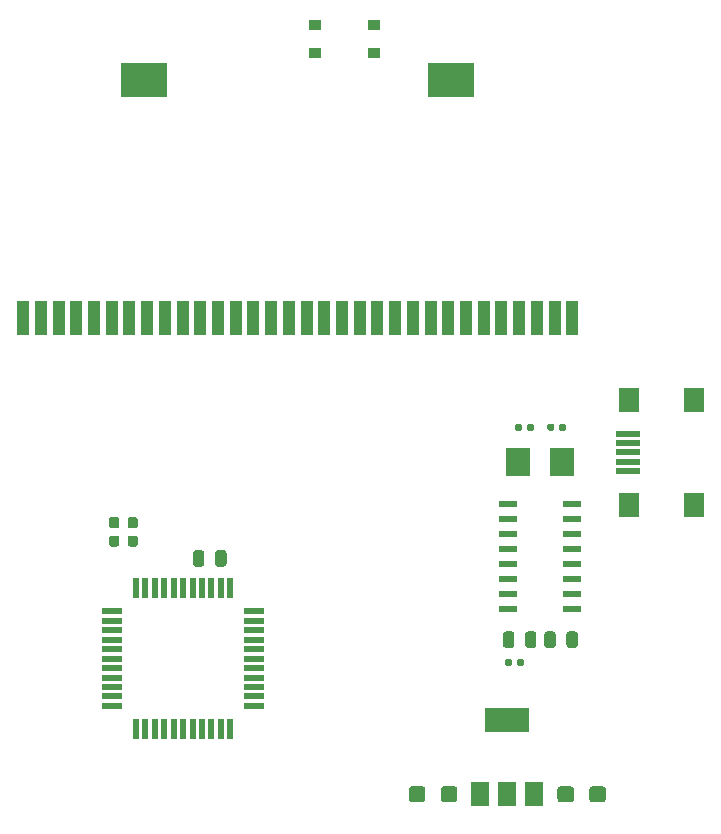
<source format=gbr>
G04 #@! TF.GenerationSoftware,KiCad,Pcbnew,(5.1.6)-1*
G04 #@! TF.CreationDate,2020-11-21T20:25:47+01:00*
G04 #@! TF.ProjectId,Dandanator CPC,44616e64-616e-4617-946f-72204350432e,rev?*
G04 #@! TF.SameCoordinates,Original*
G04 #@! TF.FileFunction,Paste,Top*
G04 #@! TF.FilePolarity,Positive*
%FSLAX46Y46*%
G04 Gerber Fmt 4.6, Leading zero omitted, Abs format (unit mm)*
G04 Created by KiCad (PCBNEW (5.1.6)-1) date 2020-11-21 20:25:47*
%MOMM*%
%LPD*%
G01*
G04 APERTURE LIST*
%ADD10R,4.000000X3.000000*%
%ADD11R,1.000000X3.000000*%
%ADD12R,1.000000X0.900000*%
%ADD13R,2.000000X2.400000*%
%ADD14R,0.500000X1.800000*%
%ADD15R,1.800000X0.500000*%
%ADD16R,1.500000X2.000000*%
%ADD17R,3.800000X2.000000*%
%ADD18R,1.500000X0.600000*%
%ADD19R,2.000000X0.500000*%
%ADD20R,1.700000X2.000000*%
G04 APERTURE END LIST*
D10*
X80508400Y-30327600D03*
X54508400Y-30327600D03*
D11*
X90778400Y-50427600D03*
X89278400Y-50427600D03*
X87778400Y-50427600D03*
X86278400Y-50427600D03*
X84778400Y-50427600D03*
X83278400Y-50427600D03*
X81778400Y-50427600D03*
X80278400Y-50427600D03*
X78778400Y-50427600D03*
X77278400Y-50427600D03*
X75778400Y-50427600D03*
X74278400Y-50427600D03*
X72778400Y-50427600D03*
X71278400Y-50427600D03*
X69778400Y-50427600D03*
X68278400Y-50427600D03*
X66778400Y-50427600D03*
X65278400Y-50427600D03*
X63778400Y-50427600D03*
X62278400Y-50427600D03*
X60778400Y-50427600D03*
X59278400Y-50427600D03*
X57778400Y-50427600D03*
X56278400Y-50427600D03*
X54778400Y-50427600D03*
X53278400Y-50427600D03*
X51778400Y-50427600D03*
X50278400Y-50427600D03*
X48778400Y-50427600D03*
X47278400Y-50427600D03*
X45778400Y-50427600D03*
X44278400Y-50427600D03*
D12*
X74004200Y-25633900D03*
X69004200Y-25633900D03*
X74004200Y-28033900D03*
X69004200Y-28033900D03*
G36*
G01*
X85689900Y-79454000D02*
X85689900Y-79799000D01*
G75*
G02*
X85542400Y-79946500I-147500J0D01*
G01*
X85247400Y-79946500D01*
G75*
G02*
X85099900Y-79799000I0J147500D01*
G01*
X85099900Y-79454000D01*
G75*
G02*
X85247400Y-79306500I147500J0D01*
G01*
X85542400Y-79306500D01*
G75*
G02*
X85689900Y-79454000I0J-147500D01*
G01*
G37*
G36*
G01*
X86659900Y-79454000D02*
X86659900Y-79799000D01*
G75*
G02*
X86512400Y-79946500I-147500J0D01*
G01*
X86217400Y-79946500D01*
G75*
G02*
X86069900Y-79799000I0J147500D01*
G01*
X86069900Y-79454000D01*
G75*
G02*
X86217400Y-79306500I147500J0D01*
G01*
X86512400Y-79306500D01*
G75*
G02*
X86659900Y-79454000I0J-147500D01*
G01*
G37*
D13*
X89911800Y-62644000D03*
X86211800Y-62644000D03*
D14*
X53823100Y-73296200D03*
X54623100Y-73296200D03*
X55423100Y-73296200D03*
X56223100Y-73296200D03*
X57023100Y-73296200D03*
X57823100Y-73296200D03*
X58623100Y-73296200D03*
X59423100Y-73296200D03*
X60223100Y-73296200D03*
X61023100Y-73296200D03*
X61823100Y-73296200D03*
D15*
X63823100Y-75296200D03*
X63823100Y-76096200D03*
X63823100Y-76896200D03*
X63823100Y-77696200D03*
X63823100Y-78496200D03*
X63823100Y-79296200D03*
X63823100Y-80096200D03*
X63823100Y-80896200D03*
X63823100Y-81696200D03*
X63823100Y-82496200D03*
X63823100Y-83296200D03*
D14*
X61823100Y-85296200D03*
X61023100Y-85296200D03*
X60223100Y-85296200D03*
X59423100Y-85296200D03*
X58623100Y-85296200D03*
X57823100Y-85296200D03*
X57023100Y-85296200D03*
X56223100Y-85296200D03*
X55423100Y-85296200D03*
X54623100Y-85296200D03*
X53823100Y-85296200D03*
D15*
X51823100Y-83296200D03*
X51823100Y-82496200D03*
X51823100Y-81696200D03*
X51823100Y-80896200D03*
X51823100Y-80096200D03*
X51823100Y-79296200D03*
X51823100Y-78496200D03*
X51823100Y-77696200D03*
X51823100Y-76896200D03*
X51823100Y-76096200D03*
X51823100Y-75296200D03*
D16*
X82955100Y-90774900D03*
X87555100Y-90774900D03*
X85255100Y-90774900D03*
D17*
X85255100Y-84474900D03*
D18*
X85361800Y-75090000D03*
X85361800Y-73820000D03*
X85361800Y-72550000D03*
X85361800Y-71280000D03*
X85361800Y-70010000D03*
X85361800Y-68740000D03*
X85361800Y-67470000D03*
X85361800Y-66200000D03*
X90761800Y-66200000D03*
X90761800Y-67470000D03*
X90761800Y-68740000D03*
X90761800Y-70010000D03*
X90761800Y-71280000D03*
X90761800Y-72550000D03*
X90761800Y-73820000D03*
X90761800Y-75090000D03*
G36*
G01*
X52423600Y-67528750D02*
X52423600Y-68041250D01*
G75*
G02*
X52204850Y-68260000I-218750J0D01*
G01*
X51767350Y-68260000D01*
G75*
G02*
X51548600Y-68041250I0J218750D01*
G01*
X51548600Y-67528750D01*
G75*
G02*
X51767350Y-67310000I218750J0D01*
G01*
X52204850Y-67310000D01*
G75*
G02*
X52423600Y-67528750I0J-218750D01*
G01*
G37*
G36*
G01*
X53998600Y-67528750D02*
X53998600Y-68041250D01*
G75*
G02*
X53779850Y-68260000I-218750J0D01*
G01*
X53342350Y-68260000D01*
G75*
G02*
X53123600Y-68041250I0J218750D01*
G01*
X53123600Y-67528750D01*
G75*
G02*
X53342350Y-67310000I218750J0D01*
G01*
X53779850Y-67310000D01*
G75*
G02*
X53998600Y-67528750I0J-218750D01*
G01*
G37*
G36*
G01*
X52428700Y-69090850D02*
X52428700Y-69603350D01*
G75*
G02*
X52209950Y-69822100I-218750J0D01*
G01*
X51772450Y-69822100D01*
G75*
G02*
X51553700Y-69603350I0J218750D01*
G01*
X51553700Y-69090850D01*
G75*
G02*
X51772450Y-68872100I218750J0D01*
G01*
X52209950Y-68872100D01*
G75*
G02*
X52428700Y-69090850I0J-218750D01*
G01*
G37*
G36*
G01*
X54003700Y-69090850D02*
X54003700Y-69603350D01*
G75*
G02*
X53784950Y-69822100I-218750J0D01*
G01*
X53347450Y-69822100D01*
G75*
G02*
X53128700Y-69603350I0J218750D01*
G01*
X53128700Y-69090850D01*
G75*
G02*
X53347450Y-68872100I218750J0D01*
G01*
X53784950Y-68872100D01*
G75*
G02*
X54003700Y-69090850I0J-218750D01*
G01*
G37*
D19*
X95514200Y-63438800D03*
X95514200Y-62638800D03*
X95514200Y-61838800D03*
X95514200Y-61038800D03*
X95514200Y-60238800D03*
D20*
X95614200Y-66288800D03*
X101064200Y-66288800D03*
X95614200Y-57388800D03*
X101064200Y-57388800D03*
G36*
G01*
X59633700Y-70356350D02*
X59633700Y-71268850D01*
G75*
G02*
X59389950Y-71512600I-243750J0D01*
G01*
X58902450Y-71512600D01*
G75*
G02*
X58658700Y-71268850I0J243750D01*
G01*
X58658700Y-70356350D01*
G75*
G02*
X58902450Y-70112600I243750J0D01*
G01*
X59389950Y-70112600D01*
G75*
G02*
X59633700Y-70356350I0J-243750D01*
G01*
G37*
G36*
G01*
X61508700Y-70356350D02*
X61508700Y-71268850D01*
G75*
G02*
X61264950Y-71512600I-243750J0D01*
G01*
X60777450Y-71512600D01*
G75*
G02*
X60533700Y-71268850I0J243750D01*
G01*
X60533700Y-70356350D01*
G75*
G02*
X60777450Y-70112600I243750J0D01*
G01*
X61264950Y-70112600D01*
G75*
G02*
X61508700Y-70356350I0J-243750D01*
G01*
G37*
G36*
G01*
X79646500Y-91204601D02*
X79646500Y-90354599D01*
G75*
G02*
X79896499Y-90104600I249999J0D01*
G01*
X80796501Y-90104600D01*
G75*
G02*
X81046500Y-90354599I0J-249999D01*
G01*
X81046500Y-91204601D01*
G75*
G02*
X80796501Y-91454600I-249999J0D01*
G01*
X79896499Y-91454600D01*
G75*
G02*
X79646500Y-91204601I0J249999D01*
G01*
G37*
G36*
G01*
X76946500Y-91204601D02*
X76946500Y-90354599D01*
G75*
G02*
X77196499Y-90104600I249999J0D01*
G01*
X78096501Y-90104600D01*
G75*
G02*
X78346500Y-90354599I0J-249999D01*
G01*
X78346500Y-91204601D01*
G75*
G02*
X78096501Y-91454600I-249999J0D01*
G01*
X77196499Y-91454600D01*
G75*
G02*
X76946500Y-91204601I0J249999D01*
G01*
G37*
G36*
G01*
X92222100Y-91212201D02*
X92222100Y-90362199D01*
G75*
G02*
X92472099Y-90112200I249999J0D01*
G01*
X93372101Y-90112200D01*
G75*
G02*
X93622100Y-90362199I0J-249999D01*
G01*
X93622100Y-91212201D01*
G75*
G02*
X93372101Y-91462200I-249999J0D01*
G01*
X92472099Y-91462200D01*
G75*
G02*
X92222100Y-91212201I0J249999D01*
G01*
G37*
G36*
G01*
X89522100Y-91212201D02*
X89522100Y-90362199D01*
G75*
G02*
X89772099Y-90112200I249999J0D01*
G01*
X90672101Y-90112200D01*
G75*
G02*
X90922100Y-90362199I0J-249999D01*
G01*
X90922100Y-91212201D01*
G75*
G02*
X90672101Y-91462200I-249999J0D01*
G01*
X89772099Y-91462200D01*
G75*
G02*
X89522100Y-91212201I0J249999D01*
G01*
G37*
G36*
G01*
X86771900Y-78149750D02*
X86771900Y-77237250D01*
G75*
G02*
X87015650Y-76993500I243750J0D01*
G01*
X87503150Y-76993500D01*
G75*
G02*
X87746900Y-77237250I0J-243750D01*
G01*
X87746900Y-78149750D01*
G75*
G02*
X87503150Y-78393500I-243750J0D01*
G01*
X87015650Y-78393500D01*
G75*
G02*
X86771900Y-78149750I0J243750D01*
G01*
G37*
G36*
G01*
X84896900Y-78149750D02*
X84896900Y-77237250D01*
G75*
G02*
X85140650Y-76993500I243750J0D01*
G01*
X85628150Y-76993500D01*
G75*
G02*
X85871900Y-77237250I0J-243750D01*
G01*
X85871900Y-78149750D01*
G75*
G02*
X85628150Y-78393500I-243750J0D01*
G01*
X85140650Y-78393500D01*
G75*
G02*
X84896900Y-78149750I0J243750D01*
G01*
G37*
G36*
G01*
X90277100Y-78149750D02*
X90277100Y-77237250D01*
G75*
G02*
X90520850Y-76993500I243750J0D01*
G01*
X91008350Y-76993500D01*
G75*
G02*
X91252100Y-77237250I0J-243750D01*
G01*
X91252100Y-78149750D01*
G75*
G02*
X91008350Y-78393500I-243750J0D01*
G01*
X90520850Y-78393500D01*
G75*
G02*
X90277100Y-78149750I0J243750D01*
G01*
G37*
G36*
G01*
X88402100Y-78149750D02*
X88402100Y-77237250D01*
G75*
G02*
X88645850Y-76993500I243750J0D01*
G01*
X89133350Y-76993500D01*
G75*
G02*
X89377100Y-77237250I0J-243750D01*
G01*
X89377100Y-78149750D01*
G75*
G02*
X89133350Y-78393500I-243750J0D01*
G01*
X88645850Y-78393500D01*
G75*
G02*
X88402100Y-78149750I0J243750D01*
G01*
G37*
G36*
G01*
X89268800Y-59550500D02*
X89268800Y-59895500D01*
G75*
G02*
X89121300Y-60043000I-147500J0D01*
G01*
X88826300Y-60043000D01*
G75*
G02*
X88678800Y-59895500I0J147500D01*
G01*
X88678800Y-59550500D01*
G75*
G02*
X88826300Y-59403000I147500J0D01*
G01*
X89121300Y-59403000D01*
G75*
G02*
X89268800Y-59550500I0J-147500D01*
G01*
G37*
G36*
G01*
X90238800Y-59550500D02*
X90238800Y-59895500D01*
G75*
G02*
X90091300Y-60043000I-147500J0D01*
G01*
X89796300Y-60043000D01*
G75*
G02*
X89648800Y-59895500I0J147500D01*
G01*
X89648800Y-59550500D01*
G75*
G02*
X89796300Y-59403000I147500J0D01*
G01*
X90091300Y-59403000D01*
G75*
G02*
X90238800Y-59550500I0J-147500D01*
G01*
G37*
G36*
G01*
X86918300Y-59895500D02*
X86918300Y-59550500D01*
G75*
G02*
X87065800Y-59403000I147500J0D01*
G01*
X87360800Y-59403000D01*
G75*
G02*
X87508300Y-59550500I0J-147500D01*
G01*
X87508300Y-59895500D01*
G75*
G02*
X87360800Y-60043000I-147500J0D01*
G01*
X87065800Y-60043000D01*
G75*
G02*
X86918300Y-59895500I0J147500D01*
G01*
G37*
G36*
G01*
X85948300Y-59895500D02*
X85948300Y-59550500D01*
G75*
G02*
X86095800Y-59403000I147500J0D01*
G01*
X86390800Y-59403000D01*
G75*
G02*
X86538300Y-59550500I0J-147500D01*
G01*
X86538300Y-59895500D01*
G75*
G02*
X86390800Y-60043000I-147500J0D01*
G01*
X86095800Y-60043000D01*
G75*
G02*
X85948300Y-59895500I0J147500D01*
G01*
G37*
M02*

</source>
